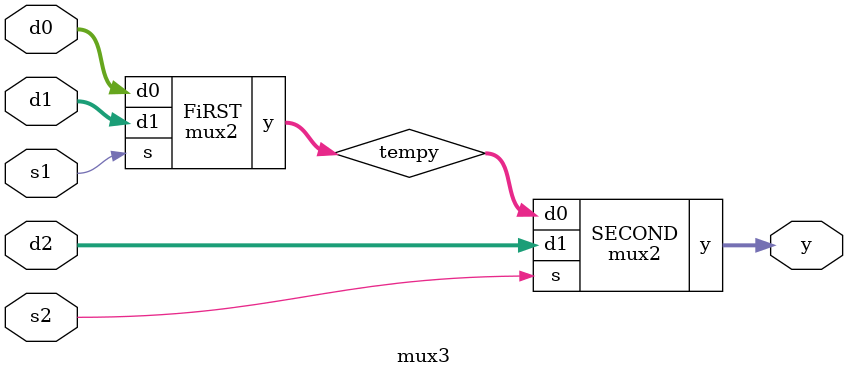
<source format=v>
module mux2
   (input [31:0] d0, d1,	
	input s,		
	output [31:0] y);	

	assign y = s ? d1 : d0;

endmodule 

module mux2_5
   (input [4:0] d0, d1,	
	input s,		
	output [4:0] y);	

	assign y = s ? d1 : d0;
endmodule

module mux3
   (input [31:0] d0, d1, d2,
	input s1,s2,		
	output [31:0] y);	

   wire [31:0]tempy;
	mux2 FiRST(d0,d1,s1,tempy);
   mux2 SECOND(tempy,d2,s2,y);
endmodule 
</source>
